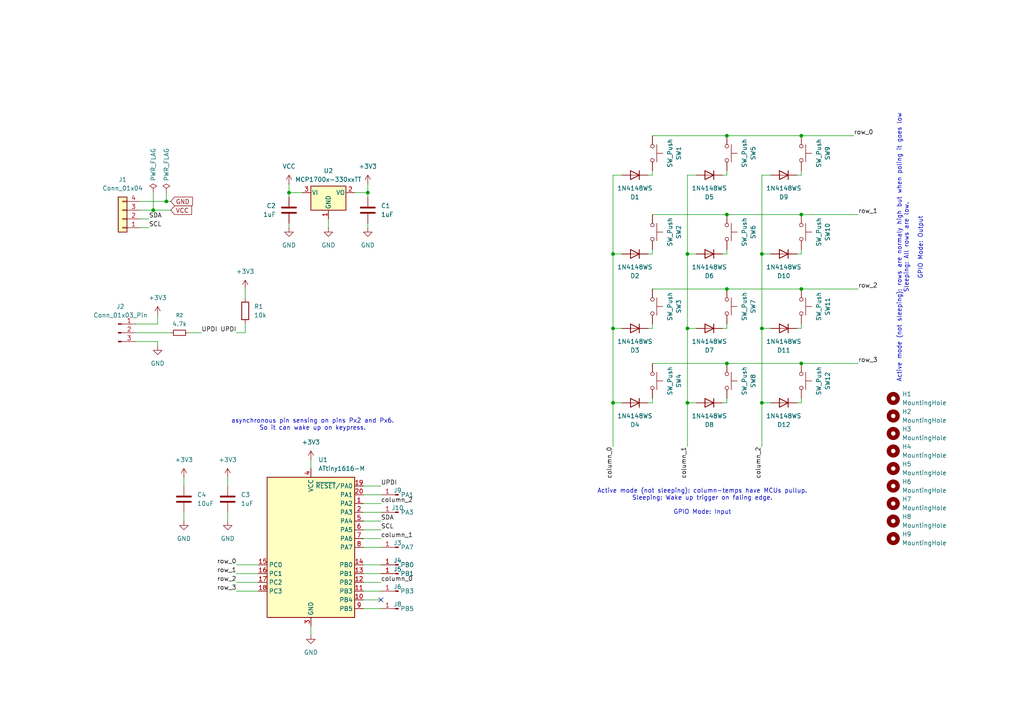
<source format=kicad_sch>
(kicad_sch (version 20250114) (generator "eeschema") (generator_version "9.0")
  (paper "A4")
  (title_block (title "T9_keyboard I2C") (rev "V1.1") (company "Made by Tomas Kuchta"))
  (lib_symbols
    (symbol "Connector:Conn_01x01_Pin" (pin_names (offset 1.016) (hide yes))
      (property "Reference" "J" (at 0 2.54 0))
      (property "Value" "Conn_01x01_Pin" (at 0 -2.54 0))
      (symbol "Conn_01x01_Pin_1_1"
        (rectangle (start 0.8636 0.127) (end 0 -0.127) (stroke (width 0.1524)) (fill (type outline)))
        (polyline (pts (xy 1.27 0) (xy 0.8636 0)) (stroke (width 0.1524)))
        (pin passive line (at 5.08 0 180) (length 3.81) (name "Pin_1") (number "1"))
      )
    )
    (symbol "Connector:Conn_01x03_Pin" (pin_names (offset 1.016) (hide yes))
      (property "Reference" "J" (at 0 5.08 0))
      (property "Value" "Conn_01x03_Pin" (at 0 -5.08 0))
      (symbol "Conn_01x03_Pin_1_1"
        (rectangle (start 0.8636 2.667) (end 0 2.413) (stroke (width 0.1524)) (fill (type outline)))
        (rectangle (start 0.8636 0.127) (end 0 -0.127) (stroke (width 0.1524)) (fill (type outline)))
        (rectangle (start 0.8636 -2.413) (end 0 -2.667) (stroke (width 0.1524)) (fill (type outline)))
        (polyline (pts (xy 1.27 2.54) (xy 0.8636 2.54)) (stroke (width 0.1524)))
        (polyline (pts (xy 1.27 0) (xy 0.8636 0)) (stroke (width 0.1524)))
        (polyline (pts (xy 1.27 -2.54) (xy 0.8636 -2.54)) (stroke (width 0.1524)))
        (pin passive line (at 5.08 2.54 180) (length 3.81) (name "Pin_1") (number "1"))
        (pin passive line (at 5.08 0 180) (length 3.81) (name "Pin_2") (number "2"))
        (pin passive line (at 5.08 -2.54 180) (length 3.81) (name "Pin_3") (number "3"))
      )
    )
    (symbol "Connector_Generic:Conn_01x04" (pin_names (offset 1.016) (hide yes))
      (property "Reference" "J" (at 0 5.08 0))
      (property "Value" "Conn_01x04" (at 0 -7.62 0))
      (symbol "Conn_01x04_1_1"
        (rectangle (start -1.27 3.81) (end 1.27 -6.35) (stroke (width 0.254)) (fill (type background)))
        (rectangle (start -1.27 2.667) (end 0 2.413) (stroke (width 0.1524)))
        (rectangle (start -1.27 0.127) (end 0 -0.127) (stroke (width 0.1524)))
        (rectangle (start -1.27 -2.413) (end 0 -2.667) (stroke (width 0.1524)))
        (rectangle (start -1.27 -4.953) (end 0 -5.207) (stroke (width 0.1524)))
        (pin passive line (at -5.08 2.54 0) (length 3.81) (name "Pin_1") (number "1"))
        (pin passive line (at -5.08 0 0) (length 3.81) (name "Pin_2") (number "2"))
        (pin passive line (at -5.08 -2.54 0) (length 3.81) (name "Pin_3") (number "3"))
        (pin passive line (at -5.08 -5.08 0) (length 3.81) (name "Pin_4") (number "4"))
      )
    )
    (symbol "Device:C" (pin_numbers (hide yes)) (pin_names (offset 0.254))
      (property "Reference" "C" (at 0.635 2.54 0))
      (property "Value" "C" (at 0.635 -2.54 0))
      (symbol "C_0_1"
        (polyline (pts (xy -2.032 0.762) (xy 2.032 0.762)) (stroke (width 0.508)))
        (polyline (pts (xy -2.032 -0.762) (xy 2.032 -0.762)) (stroke (width 0.508)))
      )
      (symbol "C_1_1"
        (pin passive line (at 0 3.81 270) (length 2.794) (name "~") (number "1"))
        (pin passive line (at 0 -3.81 90) (length 2.794) (name "~") (number "2"))
      )
    )
    (symbol "Device:R" (pin_numbers (hide yes)) (pin_names (offset 0))
      (property "Reference" "R" (at 2.032 0 90))
      (property "Value" "R" (at 0 0 90))
      (symbol "R_0_1"
        (rectangle (start -1.016 -2.54) (end 1.016 2.54) (stroke (width 0.254)))
      )
      (symbol "R_1_1"
        (pin passive line (at 0 3.81 270) (length 1.27) (name "~") (number "1"))
        (pin passive line (at 0 -3.81 90) (length 1.27) (name "~") (number "2"))
      )
    )
    (symbol "Device:R_Small" (pin_numbers (hide yes)) (pin_names (offset 0.254) (hide yes))
      (property "Reference" "R" (at 0 0 90))
      (property "Value" "R_Small" (at 1.778 0 90))
      (symbol "R_Small_0_1"
        (rectangle (start -0.762 1.778) (end 0.762 -1.778) (stroke (width 0.2032)))
      )
      (symbol "R_Small_1_1"
        (pin passive line (at 0 2.54 270) (length 0.762) (name "~") (number "1"))
        (pin passive line (at 0 -2.54 90) (length 0.762) (name "~") (number "2"))
      )
    )
    (symbol "Diode:1N4148WS" (pin_numbers (hide yes)) (pin_names (hide yes))
      (property "Reference" "D" (at 0 2.54 0))
      (property "Value" "1N4148WS" (at 0 -2.54 0))
      (symbol "1N4148WS_0_1"
        (polyline (pts (xy -1.27 1.27) (xy -1.27 -1.27)) (stroke (width 0.254)))
        (polyline (pts (xy 1.27 1.27) (xy 1.27 -1.27) (xy -1.27 0) (xy 1.27 1.27)) (stroke (width 0.254)))
        (polyline (pts (xy 1.27 0) (xy -1.27 0)))
      )
      (symbol "1N4148WS_1_1"
        (pin passive line (at -3.81 0 0) (length 2.54) (name "K") (number "1"))
        (pin passive line (at 3.81 0 180) (length 2.54) (name "A") (number "2"))
      )
    )
    (symbol "MCU_Microchip_ATtiny:ATtiny1616-M"
      (property "Reference" "U" (at -12.7 21.59 0))
      (property "Value" "ATtiny1616-M" (at 2.54 -21.59 0))
      (symbol "ATtiny1616-M_0_1"
        (rectangle (start -12.7 -20.32) (end 12.7 20.32) (stroke (width 0.254)) (fill (type background)))
      )
      (symbol "ATtiny1616-M_1_1"
        (pin bidirectional line (at -15.24 -5.08 0) (length 2.54) (name "PC0") (number "15"))
        (pin bidirectional line (at -15.24 -7.62 0) (length 2.54) (name "PC1") (number "16"))
        (pin bidirectional line (at -15.24 -10.16 0) (length 2.54) (name "PC2") (number "17"))
        (pin bidirectional line (at -15.24 -12.7 0) (length 2.54) (name "PC3") (number "18"))
        (pin power_in line (at 0 22.86 270) (length 2.54) (name "VCC") (number "4"))
        (pin passive line (at 0 -22.86 90) (length 2.54) (hide yes) (name "GND") (number "21"))
        (pin power_in line (at 0 -22.86 90) (length 2.54) (name "GND") (number "3"))
        (pin bidirectional line (at 15.24 17.78 180) (length 2.54) (name "~{RESET}/PA0") (number "19"))
        (pin bidirectional line (at 15.24 15.24 180) (length 2.54) (name "PA1") (number "20"))
        (pin bidirectional line (at 15.24 12.7 180) (length 2.54) (name "PA2") (number "1"))
        (pin bidirectional line (at 15.24 10.16 180) (length 2.54) (name "PA3") (number "2"))
        (pin bidirectional line (at 15.24 7.62 180) (length 2.54) (name "PA4") (number "5"))
        (pin bidirectional line (at 15.24 5.08 180) (length 2.54) (name "PA5") (number "6"))
        (pin bidirectional line (at 15.24 2.54 180) (length 2.54) (name "PA6") (number "7"))
        (pin bidirectional line (at 15.24 0 180) (length 2.54) (name "PA7") (number "8"))
        (pin bidirectional line (at 15.24 -5.08 180) (length 2.54) (name "PB0") (number "14"))
        (pin bidirectional line (at 15.24 -7.62 180) (length 2.54) (name "PB1") (number "13"))
        (pin bidirectional line (at 15.24 -10.16 180) (length 2.54) (name "PB2") (number "12"))
        (pin bidirectional line (at 15.24 -12.7 180) (length 2.54) (name "PB3") (number "11"))
        (pin bidirectional line (at 15.24 -15.24 180) (length 2.54) (name "PB4") (number "10"))
        (pin bidirectional line (at 15.24 -17.78 180) (length 2.54) (name "PB5") (number "9"))
      )
    )
    (symbol "Mechanical:MountingHole" (pin_names (offset 1.016)) (in_bom no)
      (property "Reference" "H" (at 0 5.08 0))
      (property "Value" "MountingHole" (at 0 3.175 0))
      (symbol "MountingHole_0_1"
        (circle (center 0 0) (radius 1.27) (stroke (width 1.27)))
      )
    )
    (symbol "Regulator_Linear:MCP1700x-330xxTT" (pin_names (offset 0.254))
      (property "Reference" "U" (at -3.81 3.175 0))
      (property "Value" "MCP1700x-330xxTT" (at 0 3.175 0))
      (symbol "MCP1700x-330xxTT_0_1"
        (rectangle (start -5.08 1.905) (end 5.08 -5.08) (stroke (width 0.254)) (fill (type background)))
      )
      (symbol "MCP1700x-330xxTT_1_1"
        (pin power_in line (at -7.62 0 0) (length 2.54) (name "VI") (number "3"))
        (pin power_in line (at 0 -7.62 90) (length 2.54) (name "GND") (number "1"))
        (pin power_out line (at 7.62 0 180) (length 2.54) (name "VO") (number "2"))
      )
    )
    (symbol "Switch:SW_Push" (pin_numbers (hide yes)) (pin_names (offset 1.016) (hide yes))
      (property "Reference" "SW" (at 1.27 2.54 0))
      (property "Value" "SW_Push" (at 0 -1.524 0))
      (symbol "SW_Push_0_1"
        (circle (center -2.032 0) (radius 0.508))
        (polyline (pts (xy 0 1.27) (xy 0 3.048)))
        (circle (center 2.032 0) (radius 0.508))
        (polyline (pts (xy 2.54 1.27) (xy -2.54 1.27)))
        (pin passive line (at -5.08 0 0) (length 2.54) (name "1") (number "1"))
        (pin passive line (at 5.08 0 180) (length 2.54) (name "2") (number "2"))
      )
    )
    (symbol "power:+3V3" (power) (pin_numbers (hide yes)) (pin_names (offset 0) (hide yes))
      (property "Value" "+3V3" (at 0 3.556 0))
      (symbol "+3V3_0_1"
        (polyline (pts (xy -0.762 1.27) (xy 0 2.54)))
        (polyline (pts (xy 0 2.54) (xy 0.762 1.27)))
        (polyline (pts (xy 0 0) (xy 0 2.54)))
      )
      (symbol "+3V3_1_1"
        (pin power_in line (at 0 0 90) (length 0) (name "~") (number "1"))
      )
    )
    (symbol "power:GND" (power) (pin_numbers (hide yes)) (pin_names (offset 0) (hide yes))
      (property "Value" "GND" (at 0 -3.81 0))
      (symbol "GND_0_1"
        (polyline (pts (xy 0 0) (xy 0 -1.27) (xy 1.27 -1.27) (xy 0 -2.54) (xy -1.27 -1.27) (xy 0 -1.27)))
      )
      (symbol "GND_1_1"
        (pin power_in line (at 0 0 270) (length 0) (name "~") (number "1"))
      )
    )
    (symbol "power:PWR_FLAG" (power) (pin_numbers (hide yes)) (pin_names (offset 0) (hide yes))
      (property "Value" "PWR_FLAG" (at 0 3.81 0))
      (symbol "PWR_FLAG_0_0"
        (pin power_out line (at 0 0 90) (length 0) (name "~") (number "1"))
      )
      (symbol "PWR_FLAG_0_1"
        (polyline (pts (xy 0 0) (xy 0 1.27) (xy -1.016 1.905) (xy 0 2.54) (xy 1.016 1.905) (xy 0 1.27)))
      )
    )
    (symbol "power:VCC" (power) (pin_numbers (hide yes)) (pin_names (offset 0) (hide yes))
      (property "Value" "VCC" (at 0 3.556 0))
      (symbol "VCC_0_1"
        (polyline (pts (xy -0.762 1.27) (xy 0 2.54)))
        (polyline (pts (xy 0 2.54) (xy 0.762 1.27)))
        (polyline (pts (xy 0 0) (xy 0 2.54)))
      )
      (symbol "VCC_1_1"
        (pin power_in line (at 0 0 90) (length 0) (name "~") (number "1"))
      )
    )
  )
  (text "Active mode (not sleeping): rows are normaly high but when poling it goes low\nSleeping: All rows are low.\n\nGPIO Mode: Output" (at 263.906 71.882 90) (effects (font (size 1.27 1.27))))
  (text "asynchronous pin sensing on pins Px2 and Px6.\nSo it can wake up on keypress." (at 90.678 123.19 0) (effects (font (size 1.27 1.27))))
  (text "Active mode (not sleeping): column-temps have MCUs pullup.\nSleeping: Wake up trigger on faling edge.\n\nGPIO Mode: Input" (at 203.708 145.542 0) (effects (font (size 1.27 1.27))))
  (junction (at 199.39 73.66))
  (junction (at 177.8 116.84))
  (junction (at 83.82 55.88))
  (junction (at 220.98 95.25))
  (junction (at 232.41 39.37))
  (junction (at 177.8 95.25))
  (junction (at 199.39 95.25))
  (junction (at 106.68 55.88))
  (junction (at 48.26 58.42))
  (junction (at 232.41 83.82))
  (junction (at 220.98 73.66))
  (junction (at 199.39 116.84))
  (junction (at 210.82 83.82))
  (junction (at 232.41 105.41))
  (junction (at 210.82 105.41))
  (junction (at 44.45 60.96))
  (junction (at 210.82 39.37))
  (junction (at 232.41 62.23))
  (junction (at 220.98 116.84))
  (junction (at 177.8 73.66))
  (junction (at 210.82 62.23))
  (no_connect (at 110.49 173.99))
  (wire (pts (xy 44.45 55.88) (xy 44.45 60.96)))
  (wire (pts (xy 248.92 83.82) (xy 232.41 83.82)))
  (wire (pts (xy 40.64 58.42) (xy 48.26 58.42)))
  (wire (pts (xy 53.34 148.59) (xy 53.34 151.13)))
  (wire (pts (xy 223.52 50.8) (xy 220.98 50.8)))
  (wire (pts (xy 105.41 143.51) (xy 110.49 143.51)))
  (wire (pts (xy 105.41 158.75) (xy 110.49 158.75)))
  (wire (pts (xy 54.61 96.52) (xy 58.42 96.52)))
  (wire (pts (xy 105.41 176.53) (xy 110.49 176.53)))
  (wire (pts (xy 68.58 163.83) (xy 74.93 163.83)))
  (wire (pts (xy 189.23 50.8) (xy 187.96 50.8)))
  (wire (pts (xy 66.04 140.97) (xy 66.04 138.43)))
  (wire (pts (xy 44.45 60.96) (xy 49.53 60.96)))
  (wire (pts (xy 210.82 49.53) (xy 210.82 50.8)))
  (wire (pts (xy 68.58 96.52) (xy 71.12 96.52)))
  (wire (pts (xy 110.49 156.21) (xy 105.41 156.21)))
  (wire (pts (xy 106.68 55.88) (xy 106.68 53.34)))
  (wire (pts (xy 40.64 60.96) (xy 44.45 60.96)))
  (wire (pts (xy 180.34 73.66) (xy 177.8 73.66)))
  (wire (pts (xy 223.52 73.66) (xy 220.98 73.66)))
  (wire (pts (xy 232.41 50.8) (xy 231.14 50.8)))
  (wire (pts (xy 220.98 73.66) (xy 220.98 95.25)))
  (wire (pts (xy 189.23 72.39) (xy 189.23 73.66)))
  (wire (pts (xy 201.93 95.25) (xy 199.39 95.25)))
  (wire (pts (xy 66.04 148.59) (xy 66.04 151.13)))
  (wire (pts (xy 39.37 93.98) (xy 45.72 93.98)))
  (wire (pts (xy 102.87 55.88) (xy 106.68 55.88)))
  (wire (pts (xy 83.82 64.77) (xy 83.82 66.04)))
  (wire (pts (xy 53.34 140.97) (xy 53.34 138.43)))
  (wire (pts (xy 39.37 99.06) (xy 45.72 99.06)))
  (wire (pts (xy 210.82 116.84) (xy 209.55 116.84)))
  (wire (pts (xy 232.41 83.82) (xy 210.82 83.82)))
  (wire (pts (xy 68.58 168.91) (xy 74.93 168.91)))
  (wire (pts (xy 177.8 50.8) (xy 177.8 73.66)))
  (wire (pts (xy 180.34 50.8) (xy 177.8 50.8)))
  (wire (pts (xy 177.8 116.84) (xy 177.8 129.54)))
  (wire (pts (xy 232.41 93.98) (xy 232.41 95.25)))
  (wire (pts (xy 232.41 95.25) (xy 231.14 95.25)))
  (wire (pts (xy 210.82 95.25) (xy 209.55 95.25)))
  (wire (pts (xy 71.12 93.98) (xy 71.12 96.52)))
  (wire (pts (xy 210.82 50.8) (xy 209.55 50.8)))
  (wire (pts (xy 110.49 140.97) (xy 105.41 140.97)))
  (wire (pts (xy 210.82 73.66) (xy 209.55 73.66)))
  (wire (pts (xy 199.39 73.66) (xy 199.39 95.25)))
  (wire (pts (xy 232.41 115.57) (xy 232.41 116.84)))
  (wire (pts (xy 248.92 105.41) (xy 232.41 105.41)))
  (wire (pts (xy 210.82 39.37) (xy 189.23 39.37)))
  (wire (pts (xy 232.41 49.53) (xy 232.41 50.8)))
  (wire (pts (xy 220.98 116.84) (xy 220.98 129.54)))
  (wire (pts (xy 110.49 146.05) (xy 105.41 146.05)))
  (wire (pts (xy 45.72 93.98) (xy 45.72 91.44)))
  (wire (pts (xy 220.98 95.25) (xy 220.98 116.84)))
  (wire (pts (xy 95.25 63.5) (xy 95.25 66.04)))
  (wire (pts (xy 39.37 96.52) (xy 49.53 96.52)))
  (wire (pts (xy 210.82 62.23) (xy 189.23 62.23)))
  (wire (pts (xy 210.82 83.82) (xy 189.23 83.82)))
  (wire (pts (xy 223.52 95.25) (xy 220.98 95.25)))
  (wire (pts (xy 189.23 95.25) (xy 187.96 95.25)))
  (wire (pts (xy 199.39 50.8) (xy 199.39 73.66)))
  (wire (pts (xy 220.98 50.8) (xy 220.98 73.66)))
  (wire (pts (xy 232.41 105.41) (xy 210.82 105.41)))
  (wire (pts (xy 189.23 49.53) (xy 189.23 50.8)))
  (wire (pts (xy 105.41 171.45) (xy 110.49 171.45)))
  (wire (pts (xy 199.39 116.84) (xy 199.39 129.54)))
  (wire (pts (xy 199.39 95.25) (xy 199.39 116.84)))
  (wire (pts (xy 45.72 99.06) (xy 45.72 100.33)))
  (wire (pts (xy 201.93 116.84) (xy 199.39 116.84)))
  (wire (pts (xy 105.41 173.99) (xy 110.49 173.99)))
  (wire (pts (xy 210.82 72.39) (xy 210.82 73.66)))
  (wire (pts (xy 87.63 55.88) (xy 83.82 55.88)))
  (wire (pts (xy 189.23 116.84) (xy 187.96 116.84)))
  (wire (pts (xy 68.58 166.37) (xy 74.93 166.37)))
  (wire (pts (xy 177.8 95.25) (xy 177.8 116.84)))
  (wire (pts (xy 106.68 55.88) (xy 106.68 57.15)))
  (wire (pts (xy 83.82 55.88) (xy 83.82 57.15)))
  (wire (pts (xy 110.49 151.13) (xy 105.41 151.13)))
  (wire (pts (xy 247.65 39.37) (xy 232.41 39.37)))
  (wire (pts (xy 189.23 73.66) (xy 187.96 73.66)))
  (wire (pts (xy 110.49 168.91) (xy 105.41 168.91)))
  (wire (pts (xy 83.82 55.88) (xy 83.82 53.34)))
  (wire (pts (xy 110.49 153.67) (xy 105.41 153.67)))
  (wire (pts (xy 210.82 93.98) (xy 210.82 95.25)))
  (wire (pts (xy 90.17 135.89) (xy 90.17 133.35)))
  (wire (pts (xy 210.82 105.41) (xy 189.23 105.41)))
  (wire (pts (xy 48.26 55.88) (xy 48.26 58.42)))
  (wire (pts (xy 40.64 66.04) (xy 43.18 66.04)))
  (wire (pts (xy 223.52 116.84) (xy 220.98 116.84)))
  (wire (pts (xy 201.93 50.8) (xy 199.39 50.8)))
  (wire (pts (xy 105.41 166.37) (xy 110.49 166.37)))
  (wire (pts (xy 105.41 163.83) (xy 110.49 163.83)))
  (wire (pts (xy 232.41 73.66) (xy 231.14 73.66)))
  (wire (pts (xy 105.41 148.59) (xy 110.49 148.59)))
  (wire (pts (xy 177.8 73.66) (xy 177.8 95.25)))
  (wire (pts (xy 232.41 62.23) (xy 210.82 62.23)))
  (wire (pts (xy 106.68 64.77) (xy 106.68 66.04)))
  (wire (pts (xy 48.26 58.42) (xy 49.53 58.42)))
  (wire (pts (xy 248.92 62.23) (xy 232.41 62.23)))
  (wire (pts (xy 68.58 171.45) (xy 74.93 171.45)))
  (wire (pts (xy 180.34 116.84) (xy 177.8 116.84)))
  (wire (pts (xy 232.41 116.84) (xy 231.14 116.84)))
  (wire (pts (xy 90.17 181.61) (xy 90.17 184.15)))
  (wire (pts (xy 71.12 86.36) (xy 71.12 83.82)))
  (wire (pts (xy 232.41 39.37) (xy 210.82 39.37)))
  (wire (pts (xy 189.23 115.57) (xy 189.23 116.84)))
  (wire (pts (xy 180.34 95.25) (xy 177.8 95.25)))
  (wire (pts (xy 232.41 72.39) (xy 232.41 73.66)))
  (wire (pts (xy 40.64 63.5) (xy 43.18 63.5)))
  (wire (pts (xy 201.93 73.66) (xy 199.39 73.66)))
  (wire (pts (xy 210.82 115.57) (xy 210.82 116.84)))
  (wire (pts (xy 189.23 93.98) (xy 189.23 95.25)))
  (label "SDA" (at 43.18 63.5 0))
  (label "UPDI" (at 68.58 96.52 180))
  (label "column_2" (at 110.49 146.05 0))
  (label "row_0" (at 68.58 163.83 180))
  (label "SCL" (at 110.49 153.67 0))
  (label "column_2" (at 220.98 129.54 270))
  (label "row_2" (at 68.58 168.91 180))
  (label "SDA" (at 110.49 151.13 0))
  (label "row_2" (at 248.92 83.82 0))
  (label "SCL" (at 43.18 66.04 0))
  (label "column_1" (at 110.49 156.21 0))
  (label "UPDI" (at 110.49 140.97 0))
  (label "column_0" (at 110.49 168.91 0))
  (label "UPDI" (at 58.42 96.52 0))
  (label "row_1" (at 68.58 166.37 180))
  (label "column_1" (at 199.39 129.54 270))
  (label "row_1" (at 248.92 62.23 0))
  (label "column_0" (at 177.8 129.54 270))
  (label "row_3" (at 68.58 171.45 180))
  (label "row_3" (at 248.92 105.41 0))
  (label "row_0" (at 247.65 39.37 0))
  (global_label "VCC" (shape input) (at 49.53 60.96 0) (property "Intersheetrefs" "${INTERSHEET_REFS}" (effects (hide yes))))
  (global_label "GND" (shape input) (at 49.53 58.42 0) (property "Intersheetrefs" "${INTERSHEET_REFS}" (effects (hide yes))))
  (symbol (lib_id "power:PWR_FLAG") (at 48.26 55.88 0) (unit 1)
    (property "Reference" "#FLG02" (effects (hide yes)))
    (property "Value" "PWR_FLAG" (at 48.26 52.578 90) (effects (justify left)))
    (property "Description" "Special symbol for telling ERC where power comes from" (effects (hide yes)))
  )
  (symbol (lib_id "power:GND") (at 53.34 151.13 0) (unit 1)
    (property "Reference" "#PWR011" (effects (hide yes)))
    (property "Value" "GND" (at 53.34 156.21 0))
    (property "Description" "Power symbol creates a global label with name \"GND\" , ground" (effects (hide yes)))
  )
  (symbol (lib_id "power:+3V3") (at 106.68 53.34 0) (unit 1)
    (property "Reference" "#PWR03" (effects (hide yes)))
    (property "Value" "+3V3" (at 106.68 48.26 0))
    (property "Description" "Power symbol creates a global label with name \"+3V3\"" (effects (hide yes)))
  )
  (symbol (lib_id "Switch:SW_Push") (at 189.23 88.9 270) (unit 1)
    (property "Reference" "SW3" (at 196.85 88.9 0))
    (property "Value" "SW_Push" (at 194.31 88.9 0))
    (property "Footprint" "Button_Switch_SMD:SW_Push_1P1T_XKB_TS-1187A" (effects (hide yes)))
    (property "Description" "Push button switch, generic, two pins" (effects (hide yes)))
    (property "LCSC" "C318884" (effects (hide yes)))
  )
  (symbol (lib_id "Connector:Conn_01x03_Pin") (at 34.29 96.52 0) (unit 1)
    (property "Reference" "J2" (at 34.925 88.9 0))
    (property "Value" "Conn_01x03_Pin" (at 34.925 91.44 0))
    (property "Footprint" "Connector_PinHeader_2.54mm:PinHeader_1x03_P2.54mm_Vertical" (effects (hide yes)))
    (property "Description" "Generic connector, single row, 01x03, script generated" (effects (hide yes)))
  )
  (symbol (lib_id "power:+3V3") (at 71.12 83.82 0) (unit 1)
    (property "Reference" "#PWR014" (effects (hide yes)))
    (property "Value" "+3V3" (at 71.12 78.74 0))
    (property "Description" "Power symbol creates a global label with name \"+3V3\"" (effects (hide yes)))
  )
  (symbol (lib_id "Mechanical:MountingHole") (at 259.08 146.05 0) (unit 1) (in_bom no)
    (property "Reference" "H7" (at 261.62 144.7799 0) (effects (justify left)))
    (property "Value" "MountingHole" (at 261.62 147.3199 0) (effects (justify left)))
    (property "Footprint" "MountingHole:MountingHole_2.1mm" (effects (hide yes)))
    (property "Description" "Mounting Hole without connection" (effects (hide yes)))
  )
  (symbol (lib_id "power:+3V3") (at 53.34 138.43 0) (unit 1)
    (property "Reference" "#PWR010" (effects (hide yes)))
    (property "Value" "+3V3" (at 53.34 133.35 0))
    (property "Description" "Power symbol creates a global label with name \"+3V3\"" (effects (hide yes)))
  )
  (symbol (lib_id "Diode:1N4148WS") (at 205.74 73.66 0) (mirror y) (unit 1)
    (property "Reference" "D6" (at 205.74 80.01 0))
    (property "Value" "1N4148WS" (at 205.74 77.47 0))
    (property "Footprint" "Diode_SMD:D_SOD-323" (effects (hide yes)))
    (property "Datasheet" "https://www.vishay.com/docs/85751/1n4148ws.pdf" (effects (hide yes)))
    (property "Description" "75V 0.15A Fast switching Diode, SOD-323" (effects (hide yes)))
    (property "Sim.Device" "D" (effects (hide yes)))
    (property "Sim.Pins" "1=K 2=A" (effects (hide yes)))
    (property "LCSC" "C60580" (effects (hide yes)))
  )
  (symbol (lib_id "Switch:SW_Push") (at 189.23 67.31 270) (unit 1)
    (property "Reference" "SW2" (at 196.85 67.31 0))
    (property "Value" "SW_Push" (at 194.31 67.31 0))
    (property "Footprint" "Button_Switch_SMD:SW_Push_1P1T_XKB_TS-1187A" (effects (hide yes)))
    (property "Description" "Push button switch, generic, two pins" (effects (hide yes)))
    (property "LCSC" "C318884" (effects (hide yes)))
  )
  (symbol (lib_id "Device:C") (at 66.04 144.78 0) (unit 1)
    (property "Reference" "C3" (at 69.85 143.5099 0) (effects (justify left)))
    (property "Value" "1uF" (at 69.85 146.0499 0) (effects (justify left)))
    (property "Footprint" "Capacitor_SMD:C_0805_2012Metric_Pad1.18x1.45mm_HandSolder" (effects (hide yes)))
    (property "Description" "Unpolarized capacitor" (effects (hide yes)))
    (property "LCSC" "C28323" (effects (hide yes)))
  )
  (symbol (lib_id "Device:R") (at 71.12 90.17 0) (unit 1)
    (property "Reference" "R1" (at 73.66 88.8999 0) (effects (justify left)))
    (property "Value" "10k" (at 73.66 91.4399 0) (effects (justify left)))
    (property "Footprint" "Resistor_SMD:R_0805_2012Metric_Pad1.20x1.40mm_HandSolder" (effects (hide yes)))
    (property "Description" "Resistor" (effects (hide yes)))
    (property "LCSC" "C84376" (effects (hide yes)))
  )
  (symbol (lib_id "Switch:SW_Push") (at 232.41 110.49 270) (unit 1)
    (property "Reference" "SW12" (at 240.03 110.49 0))
    (property "Value" "SW_Push" (at 237.49 110.49 0))
    (property "Footprint" "Button_Switch_SMD:SW_Push_1P1T_XKB_TS-1187A" (effects (hide yes)))
    (property "Description" "Push button switch, generic, two pins" (effects (hide yes)))
    (property "LCSC" "C318884" (effects (hide yes)))
  )
  (symbol (lib_id "Mechanical:MountingHole") (at 259.08 140.97 0) (unit 1) (in_bom no)
    (property "Reference" "H6" (at 261.62 139.6999 0) (effects (justify left)))
    (property "Value" "MountingHole" (at 261.62 142.2399 0) (effects (justify left)))
    (property "Footprint" "MountingHole:MountingHole_2.1mm" (effects (hide yes)))
    (property "Description" "Mounting Hole without connection" (effects (hide yes)))
  )
  (symbol (lib_id "Connector:Conn_01x01_Pin") (at 115.57 143.51 180) (unit 1)
    (property "Reference" "J9" (at 115.316 142.24 0))
    (property "Value" "PA1" (at 118.11 143.51 0))
    (property "Footprint" "TestPoint:TestPoint_Pad_D2.0mm" (effects (hide yes)))
    (property "Description" "Generic connector, single row, 01x01, script generated" (effects (hide yes)))
    (property "LCSC" "-" (effects (hide yes)))
  )
  (symbol (lib_id "power:GND") (at 95.25 66.04 0) (unit 1)
    (property "Reference" "#PWR01" (effects (hide yes)))
    (property "Value" "GND" (at 95.25 71.12 0))
    (property "Description" "Power symbol creates a global label with name \"GND\" , ground" (effects (hide yes)))
  )
  (symbol (lib_id "Diode:1N4148WS") (at 205.74 50.8 0) (mirror y) (unit 1)
    (property "Reference" "D5" (at 205.74 57.15 0))
    (property "Value" "1N4148WS" (at 205.74 54.61 0))
    (property "Footprint" "Diode_SMD:D_SOD-323" (effects (hide yes)))
    (property "Datasheet" "https://www.vishay.com/docs/85751/1n4148ws.pdf" (effects (hide yes)))
    (property "Description" "75V 0.15A Fast switching Diode, SOD-323" (effects (hide yes)))
    (property "Sim.Device" "D" (effects (hide yes)))
    (property "Sim.Pins" "1=K 2=A" (effects (hide yes)))
    (property "LCSC" "C60580" (effects (hide yes)))
  )
  (symbol (lib_id "Switch:SW_Push") (at 189.23 110.49 270) (unit 1)
    (property "Reference" "SW4" (at 196.85 110.49 0))
    (property "Value" "SW_Push" (at 194.31 110.49 0))
    (property "Footprint" "Button_Switch_SMD:SW_Push_1P1T_XKB_TS-1187A" (effects (hide yes)))
    (property "Description" "Push button switch, generic, two pins" (effects (hide yes)))
    (property "LCSC" "C318884" (effects (hide yes)))
  )
  (symbol (lib_id "Diode:1N4148WS") (at 227.33 116.84 0) (mirror y) (unit 1)
    (property "Reference" "D12" (at 227.33 123.19 0))
    (property "Value" "1N4148WS" (at 227.33 120.65 0))
    (property "Footprint" "Diode_SMD:D_SOD-323" (effects (hide yes)))
    (property "Datasheet" "https://www.vishay.com/docs/85751/1n4148ws.pdf" (effects (hide yes)))
    (property "Description" "75V 0.15A Fast switching Diode, SOD-323" (effects (hide yes)))
    (property "Sim.Device" "D" (effects (hide yes)))
    (property "Sim.Pins" "1=K 2=A" (effects (hide yes)))
    (property "LCSC" "C60580" (effects (hide yes)))
  )
  (symbol (lib_id "Connector:Conn_01x01_Pin") (at 115.57 148.59 180) (unit 1)
    (property "Reference" "J10" (at 115.316 147.32 0))
    (property "Value" "PA3" (at 118.11 148.59 0))
    (property "Footprint" "TestPoint:TestPoint_Pad_D2.0mm" (effects (hide yes)))
    (property "Description" "Generic connector, single row, 01x01, script generated" (effects (hide yes)))
    (property "LCSC" "-" (effects (hide yes)))
  )
  (symbol (lib_id "Mechanical:MountingHole") (at 259.08 135.89 0) (unit 1) (in_bom no)
    (property "Reference" "H5" (at 261.62 134.6199 0) (effects (justify left)))
    (property "Value" "MountingHole" (at 261.62 137.1599 0) (effects (justify left)))
    (property "Footprint" "MountingHole:MountingHole_2.1mm" (effects (hide yes)))
    (property "Description" "Mounting Hole without connection" (effects (hide yes)))
  )
  (symbol (lib_id "Switch:SW_Push") (at 210.82 88.9 270) (unit 1)
    (property "Reference" "SW7" (at 218.44 88.9 0))
    (property "Value" "SW_Push" (at 215.9 88.9 0))
    (property "Footprint" "Button_Switch_SMD:SW_Push_1P1T_XKB_TS-1187A" (effects (hide yes)))
    (property "Description" "Push button switch, generic, two pins" (effects (hide yes)))
    (property "LCSC" "C318884" (effects (hide yes)))
  )
  (symbol (lib_id "power:GND") (at 45.72 100.33 0) (unit 1)
    (property "Reference" "#PWR013" (effects (hide yes)))
    (property "Value" "GND" (at 45.72 105.41 0))
    (property "Description" "Power symbol creates a global label with name \"GND\" , ground" (effects (hide yes)))
  )
  (symbol (lib_id "Connector:Conn_01x01_Pin") (at 115.57 158.75 180) (unit 1)
    (property "Reference" "J3" (at 115.316 157.48 0))
    (property "Value" "PA7" (at 118.11 158.75 0))
    (property "Footprint" "TestPoint:TestPoint_Pad_D2.0mm" (effects (hide yes)))
    (property "Description" "Generic connector, single row, 01x01, script generated" (effects (hide yes)))
    (property "LCSC" "-" (effects (hide yes)))
  )
  (symbol (lib_id "power:+3V3") (at 90.17 133.35 0) (unit 1)
    (property "Reference" "#PWR05" (effects (hide yes)))
    (property "Value" "+3V3" (at 90.17 128.27 0))
    (property "Description" "Power symbol creates a global label with name \"+3V3\"" (effects (hide yes)))
  )
  (symbol (lib_id "power:VCC") (at 83.82 53.34 0) (unit 1)
    (property "Reference" "#PWR04" (effects (hide yes)))
    (property "Value" "VCC" (at 83.82 48.26 0))
    (property "Description" "Power symbol creates a global label with name \"VCC\"" (effects (hide yes)))
  )
  (symbol (lib_id "power:GND") (at 90.17 184.15 0) (unit 1)
    (property "Reference" "#PWR02" (effects (hide yes)))
    (property "Value" "GND" (at 90.17 189.23 0))
    (property "Description" "Power symbol creates a global label with name \"GND\" , ground" (effects (hide yes)))
  )
  (symbol (lib_id "Switch:SW_Push") (at 232.41 88.9 270) (unit 1)
    (property "Reference" "SW11" (at 240.03 88.9 0))
    (property "Value" "SW_Push" (at 237.49 88.9 0))
    (property "Footprint" "Button_Switch_SMD:SW_Push_1P1T_XKB_TS-1187A" (effects (hide yes)))
    (property "Description" "Push button switch, generic, two pins" (effects (hide yes)))
    (property "LCSC" "C318884" (effects (hide yes)))
  )
  (symbol (lib_id "Switch:SW_Push") (at 232.41 44.45 270) (unit 1)
    (property "Reference" "SW9" (at 240.03 44.45 0))
    (property "Value" "SW_Push" (at 237.49 44.45 0))
    (property "Footprint" "Button_Switch_SMD:SW_Push_1P1T_XKB_TS-1187A" (effects (hide yes)))
    (property "Description" "Push button switch, generic, two pins" (effects (hide yes)))
    (property "LCSC" "C318884" (effects (hide yes)))
  )
  (symbol (lib_id "Diode:1N4148WS") (at 184.15 95.25 0) (mirror y) (unit 1)
    (property "Reference" "D3" (at 184.15 101.6 0))
    (property "Value" "1N4148WS" (at 184.15 99.06 0))
    (property "Footprint" "Diode_SMD:D_SOD-323" (effects (hide yes)))
    (property "Datasheet" "https://www.vishay.com/docs/85751/1n4148ws.pdf" (effects (hide yes)))
    (property "Description" "75V 0.15A Fast switching Diode, SOD-323" (effects (hide yes)))
    (property "Sim.Device" "D" (effects (hide yes)))
    (property "Sim.Pins" "1=K 2=A" (effects (hide yes)))
    (property "LCSC" "C60580" (effects (hide yes)))
  )
  (symbol (lib_id "power:GND") (at 66.04 151.13 0) (unit 1)
    (property "Reference" "#PWR08" (effects (hide yes)))
    (property "Value" "GND" (at 66.04 156.21 0))
    (property "Description" "Power symbol creates a global label with name \"GND\" , ground" (effects (hide yes)))
  )
  (symbol (lib_id "Connector_Generic:Conn_01x04") (at 35.56 63.5 180) (unit 1)
    (property "Reference" "J1" (at 35.56 52.07 0))
    (property "Value" "Conn_01x04" (at 35.56 54.61 0))
    (property "Footprint" "Connector_JST:JST_PH_S4B-PH-K_1x04_P2.00mm_Horizontal" (effects (hide yes)))
    (property "Description" "Generic connector, single row, 01x04, script generated (kicad-library-utils/schlib/autogen/connector/)" (effects (hide yes)))
    (property "LCSC" "C157926" (effects (hide yes)))
  )
  (symbol (lib_id "Connector:Conn_01x01_Pin") (at 115.57 176.53 180) (unit 1)
    (property "Reference" "J8" (at 115.316 175.26 0))
    (property "Value" "PB5" (at 118.11 176.53 0))
    (property "Footprint" "TestPoint:TestPoint_Pad_D2.0mm" (effects (hide yes)))
    (property "Description" "Generic connector, single row, 01x01, script generated" (effects (hide yes)))
    (property "LCSC" "-" (effects (hide yes)))
  )
  (symbol (lib_id "Connector:Conn_01x01_Pin") (at 115.57 163.83 180) (unit 1)
    (property "Reference" "J4" (at 115.316 162.56 0))
    (property "Value" "PB0" (at 118.11 163.83 0))
    (property "Footprint" "TestPoint:TestPoint_Pad_D2.0mm" (effects (hide yes)))
    (property "Description" "Generic connector, single row, 01x01, script generated" (effects (hide yes)))
    (property "LCSC" "-" (effects (hide yes)))
  )
  (symbol (lib_id "Mechanical:MountingHole") (at 259.08 156.21 0) (unit 1) (in_bom no)
    (property "Reference" "H9" (at 261.62 154.9399 0) (effects (justify left)))
    (property "Value" "MountingHole" (at 261.62 157.4799 0) (effects (justify left)))
    (property "Footprint" "MountingHole:MountingHole_2.1mm" (effects (hide yes)))
    (property "Description" "Mounting Hole without connection" (effects (hide yes)))
  )
  (symbol (lib_id "Diode:1N4148WS") (at 184.15 116.84 0) (mirror y) (unit 1)
    (property "Reference" "D4" (at 184.15 123.19 0))
    (property "Value" "1N4148WS" (at 184.15 120.65 0))
    (property "Footprint" "Diode_SMD:D_SOD-323" (effects (hide yes)))
    (property "Datasheet" "https://www.vishay.com/docs/85751/1n4148ws.pdf" (effects (hide yes)))
    (property "Description" "75V 0.15A Fast switching Diode, SOD-323" (effects (hide yes)))
    (property "Sim.Device" "D" (effects (hide yes)))
    (property "Sim.Pins" "1=K 2=A" (effects (hide yes)))
    (property "LCSC" "C60580" (effects (hide yes)))
  )
  (symbol (lib_id "Switch:SW_Push") (at 232.41 67.31 270) (unit 1)
    (property "Reference" "SW10" (at 240.03 67.31 0))
    (property "Value" "SW_Push" (at 237.49 67.31 0))
    (property "Footprint" "Button_Switch_SMD:SW_Push_1P1T_XKB_TS-1187A" (effects (hide yes)))
    (property "Description" "Push button switch, generic, two pins" (effects (hide yes)))
    (property "LCSC" "C318884" (effects (hide yes)))
  )
  (symbol (lib_id "Mechanical:MountingHole") (at 259.08 130.81 0) (unit 1) (in_bom no)
    (property "Reference" "H4" (at 261.62 129.5399 0) (effects (justify left)))
    (property "Value" "MountingHole" (at 261.62 132.0799 0) (effects (justify left)))
    (property "Footprint" "MountingHole:MountingHole_2.1mm" (effects (hide yes)))
    (property "Description" "Mounting Hole without connection" (effects (hide yes)))
  )
  (symbol (lib_id "Diode:1N4148WS") (at 205.74 116.84 0) (mirror y) (unit 1)
    (property "Reference" "D8" (at 205.74 123.19 0))
    (property "Value" "1N4148WS" (at 205.74 120.65 0))
    (property "Footprint" "Diode_SMD:D_SOD-323" (effects (hide yes)))
    (property "Datasheet" "https://www.vishay.com/docs/85751/1n4148ws.pdf" (effects (hide yes)))
    (property "Description" "75V 0.15A Fast switching Diode, SOD-323" (effects (hide yes)))
    (property "Sim.Device" "D" (effects (hide yes)))
    (property "Sim.Pins" "1=K 2=A" (effects (hide yes)))
    (property "LCSC" "C60580" (effects (hide yes)))
  )
  (symbol (lib_id "Regulator_Linear:MCP1700x-330xxTT") (at 95.25 55.88 0) (unit 1)
    (property "Reference" "U2" (at 95.25 49.53 0))
    (property "Value" "MCP1700x-330xxTT" (at 95.25 52.07 0))
    (property "Footprint" "Package_TO_SOT_SMD:SOT-23" (effects (hide yes)))
    (property "Datasheet" "http://ww1.microchip.com/downloads/en/DeviceDoc/20001826D.pdf" (effects (hide yes)))
    (property "Description" "250mA Low Quiscent Current LDO, 3.3V output, SOT-23" (effects (hide yes)))
    (property "LCSC" "C2875118" (effects (hide yes)))
  )
  (symbol (lib_id "Diode:1N4148WS") (at 227.33 73.66 0) (mirror y) (unit 1)
    (property "Reference" "D10" (at 227.33 80.01 0))
    (property "Value" "1N4148WS" (at 227.33 77.47 0))
    (property "Footprint" "Diode_SMD:D_SOD-323" (effects (hide yes)))
    (property "Datasheet" "https://www.vishay.com/docs/85751/1n4148ws.pdf" (effects (hide yes)))
    (property "Description" "75V 0.15A Fast switching Diode, SOD-323" (effects (hide yes)))
    (property "Sim.Device" "D" (effects (hide yes)))
    (property "Sim.Pins" "1=K 2=A" (effects (hide yes)))
    (property "LCSC" "C60580" (effects (hide yes)))
  )
  (symbol (lib_id "power:PWR_FLAG") (at 44.45 55.88 0) (unit 1)
    (property "Reference" "#FLG01" (effects (hide yes)))
    (property "Value" "PWR_FLAG" (at 44.45 52.578 90) (effects (justify left)))
    (property "Description" "Special symbol for telling ERC where power comes from" (effects (hide yes)))
  )
  (symbol (lib_id "Switch:SW_Push") (at 210.82 44.45 270) (unit 1)
    (property "Reference" "SW5" (at 218.44 44.45 0))
    (property "Value" "SW_Push" (at 215.9 44.45 0))
    (property "Footprint" "Button_Switch_SMD:SW_Push_1P1T_XKB_TS-1187A" (effects (hide yes)))
    (property "Description" "Push button switch, generic, two pins" (effects (hide yes)))
    (property "LCSC" "C318884" (effects (hide yes)))
  )
  (symbol (lib_id "Device:R_Small") (at 52.07 96.52 90) (unit 1)
    (property "Reference" "R2" (at 52.07 91.44 90) (effects (font (size 1.016 1.016))))
    (property "Value" "4.7k" (at 52.07 93.98 90))
    (property "Footprint" "Resistor_SMD:R_0805_2012Metric_Pad1.20x1.40mm_HandSolder" (effects (hide yes)))
    (property "Description" "Resistor, small symbol" (effects (hide yes)))
    (property "LCSC" "C60816" (effects (hide yes)))
  )
  (symbol (lib_id "power:GND") (at 106.68 66.04 0) (unit 1)
    (property "Reference" "#PWR06" (effects (hide yes)))
    (property "Value" "GND" (at 106.68 71.12 0))
    (property "Description" "Power symbol creates a global label with name \"GND\" , ground" (effects (hide yes)))
  )
  (symbol (lib_id "Diode:1N4148WS") (at 227.33 50.8 0) (mirror y) (unit 1)
    (property "Reference" "D9" (at 227.33 57.15 0))
    (property "Value" "1N4148WS" (at 227.33 54.61 0))
    (property "Footprint" "Diode_SMD:D_SOD-323" (effects (hide yes)))
    (property "Datasheet" "https://www.vishay.com/docs/85751/1n4148ws.pdf" (effects (hide yes)))
    (property "Description" "75V 0.15A Fast switching Diode, SOD-323" (effects (hide yes)))
    (property "Sim.Device" "D" (effects (hide yes)))
    (property "Sim.Pins" "1=K 2=A" (effects (hide yes)))
    (property "LCSC" "C60580" (effects (hide yes)))
  )
  (symbol (lib_id "Switch:SW_Push") (at 189.23 44.45 270) (unit 1)
    (property "Reference" "SW1" (at 196.85 44.45 0))
    (property "Value" "SW_Push" (at 194.31 44.45 0))
    (property "Footprint" "Button_Switch_SMD:SW_Push_1P1T_XKB_TS-1187A" (effects (hide yes)))
    (property "Description" "Push button switch, generic, two pins" (effects (hide yes)))
    (property "LCSC" "C318884" (effects (hide yes)))
  )
  (symbol (lib_id "Mechanical:MountingHole") (at 259.08 125.73 0) (unit 1) (in_bom no)
    (property "Reference" "H3" (at 261.62 124.4599 0) (effects (justify left)))
    (property "Value" "MountingHole" (at 261.62 126.9999 0) (effects (justify left)))
    (property "Footprint" "MountingHole:MountingHole_2.1mm" (effects (hide yes)))
    (property "Description" "Mounting Hole without connection" (effects (hide yes)))
  )
  (symbol (lib_id "Diode:1N4148WS") (at 205.74 95.25 0) (mirror y) (unit 1)
    (property "Reference" "D7" (at 205.74 101.6 0))
    (property "Value" "1N4148WS" (at 205.74 99.06 0))
    (property "Footprint" "Diode_SMD:D_SOD-323" (effects (hide yes)))
    (property "Datasheet" "https://www.vishay.com/docs/85751/1n4148ws.pdf" (effects (hide yes)))
    (property "Description" "75V 0.15A Fast switching Diode, SOD-323" (effects (hide yes)))
    (property "Sim.Device" "D" (effects (hide yes)))
    (property "Sim.Pins" "1=K 2=A" (effects (hide yes)))
    (property "LCSC" "C60580" (effects (hide yes)))
  )
  (symbol (lib_id "power:+3V3") (at 66.04 138.43 0) (unit 1)
    (property "Reference" "#PWR09" (effects (hide yes)))
    (property "Value" "+3V3" (at 66.04 133.35 0))
    (property "Description" "Power symbol creates a global label with name \"+3V3\"" (effects (hide yes)))
  )
  (symbol (lib_id "Diode:1N4148WS") (at 227.33 95.25 0) (mirror y) (unit 1)
    (property "Reference" "D11" (at 227.33 101.6 0))
    (property "Value" "1N4148WS" (at 227.33 99.06 0))
    (property "Footprint" "Diode_SMD:D_SOD-323" (effects (hide yes)))
    (property "Datasheet" "https://www.vishay.com/docs/85751/1n4148ws.pdf" (effects (hide yes)))
    (property "Description" "75V 0.15A Fast switching Diode, SOD-323" (effects (hide yes)))
    (property "Sim.Device" "D" (effects (hide yes)))
    (property "Sim.Pins" "1=K 2=A" (effects (hide yes)))
    (property "LCSC" "C60580" (effects (hide yes)))
  )
  (symbol (lib_id "Device:C") (at 106.68 60.96 0) (unit 1)
    (property "Reference" "C1" (at 110.49 59.6899 0) (effects (justify left)))
    (property "Value" "1uF" (at 110.49 62.2299 0) (effects (justify left)))
    (property "Footprint" "Capacitor_SMD:C_0805_2012Metric_Pad1.18x1.45mm_HandSolder" (effects (hide yes)))
    (property "Description" "Unpolarized capacitor" (effects (hide yes)))
    (property "LCSC" "C28323" (effects (hide yes)))
  )
  (symbol (lib_id "Device:C") (at 53.34 144.78 0) (unit 1)
    (property "Reference" "C4" (at 57.15 143.5099 0) (effects (justify left)))
    (property "Value" "10uF" (at 57.15 146.0499 0) (effects (justify left)))
    (property "Footprint" "Capacitor_SMD:C_0805_2012Metric_Pad1.18x1.45mm_HandSolder" (effects (hide yes)))
    (property "Description" "Unpolarized capacitor" (effects (hide yes)))
    (property "LCSC" "C15850" (effects (hide yes)))
  )
  (symbol (lib_id "Connector:Conn_01x01_Pin") (at 115.57 171.45 180) (unit 1)
    (property "Reference" "J6" (at 115.316 170.18 0))
    (property "Value" "PB3" (at 118.11 171.45 0))
    (property "Footprint" "TestPoint:TestPoint_Pad_D2.0mm" (effects (hide yes)))
    (property "Description" "Generic connector, single row, 01x01, script generated" (effects (hide yes)))
    (property "LCSC" "-" (effects (hide yes)))
  )
  (symbol (lib_id "Mechanical:MountingHole") (at 259.08 115.57 0) (unit 1) (in_bom no)
    (property "Reference" "H1" (at 261.62 114.2999 0) (effects (justify left)))
    (property "Value" "MountingHole" (at 261.62 116.8399 0) (effects (justify left)))
    (property "Footprint" "MountingHole:MountingHole_2.1mm" (effects (hide yes)))
    (property "Description" "Mounting Hole without connection" (effects (hide yes)))
  )
  (symbol (lib_id "Switch:SW_Push") (at 210.82 110.49 270) (unit 1)
    (property "Reference" "SW8" (at 218.44 110.49 0))
    (property "Value" "SW_Push" (at 215.9 110.49 0))
    (property "Footprint" "Button_Switch_SMD:SW_Push_1P1T_XKB_TS-1187A" (effects (hide yes)))
    (property "Description" "Push button switch, generic, two pins" (effects (hide yes)))
    (property "LCSC" "C318884" (effects (hide yes)))
  )
  (symbol (lib_id "Diode:1N4148WS") (at 184.15 73.66 0) (mirror y) (unit 1)
    (property "Reference" "D2" (at 184.15 80.01 0))
    (property "Value" "1N4148WS" (at 184.15 77.47 0))
    (property "Footprint" "Diode_SMD:D_SOD-323" (effects (hide yes)))
    (property "Datasheet" "https://www.vishay.com/docs/85751/1n4148ws.pdf" (effects (hide yes)))
    (property "Description" "75V 0.15A Fast switching Diode, SOD-323" (effects (hide yes)))
    (property "Sim.Device" "D" (effects (hide yes)))
    (property "Sim.Pins" "1=K 2=A" (effects (hide yes)))
    (property "LCSC" "C60580" (effects (hide yes)))
  )
  (symbol (lib_id "MCU_Microchip_ATtiny:ATtiny1616-M") (at 90.17 158.75 0) (unit 1)
    (property "Reference" "U1" (at 92.3133 133.35 0) (effects (justify left)))
    (property "Value" "ATtiny1616-M" (at 92.3133 135.89 0) (effects (justify left)))
    (property "Footprint" "Package_DFN_QFN:VQFN-20-1EP_3x3mm_P0.4mm_EP1.7x1.7mm" (effects (hide yes)))
    (property "Datasheet" "http://ww1.microchip.com/downloads/en/DeviceDoc/ATtiny3216_ATtiny1616-data-sheet-40001997B.pdf" (effects (hide yes)))
    (property "Description" "20MHz, 16kB Flash, 2kB SRAM, 256B EEPROM, VQFN-20" (effects (hide yes)))
    (property "LCSC" "C507118" (effects (hide yes)))
  )
  (symbol (lib_id "Switch:SW_Push") (at 210.82 67.31 270) (unit 1)
    (property "Reference" "SW6" (at 218.44 67.31 0))
    (property "Value" "SW_Push" (at 215.9 67.31 0))
    (property "Footprint" "Button_Switch_SMD:SW_Push_1P1T_XKB_TS-1187A" (effects (hide yes)))
    (property "Description" "Push button switch, generic, two pins" (effects (hide yes)))
    (property "LCSC" "C318884" (effects (hide yes)))
  )
  (symbol (lib_id "power:+3V3") (at 45.72 91.44 0) (unit 1)
    (property "Reference" "#PWR012" (effects (hide yes)))
    (property "Value" "+3V3" (at 45.72 86.36 0))
    (property "Description" "Power symbol creates a global label with name \"+3V3\"" (effects (hide yes)))
  )
  (symbol (lib_id "Diode:1N4148WS") (at 184.15 50.8 0) (mirror y) (unit 1)
    (property "Reference" "D1" (at 184.15 57.15 0))
    (property "Value" "1N4148WS" (at 184.15 54.61 0))
    (property "Footprint" "Diode_SMD:D_SOD-323" (effects (hide yes)))
    (property "Datasheet" "https://www.vishay.com/docs/85751/1n4148ws.pdf" (effects (hide yes)))
    (property "Description" "75V 0.15A Fast switching Diode, SOD-323" (effects (hide yes)))
    (property "Sim.Device" "D" (effects (hide yes)))
    (property "Sim.Pins" "1=K 2=A" (effects (hide yes)))
    (property "LCSC" "C60580" (effects (hide yes)))
  )
  (symbol (lib_id "power:GND") (at 83.82 66.04 0) (mirror y) (unit 1)
    (property "Reference" "#PWR07" (effects (hide yes)))
    (property "Value" "GND" (at 83.82 71.12 0))
    (property "Description" "Power symbol creates a global label with name \"GND\" , ground" (effects (hide yes)))
  )
  (symbol (lib_id "Mechanical:MountingHole") (at 259.08 120.65 0) (unit 1) (in_bom no)
    (property "Reference" "H2" (at 261.62 119.3799 0) (effects (justify left)))
    (property "Value" "MountingHole" (at 261.62 121.9199 0) (effects (justify left)))
    (property "Footprint" "MountingHole:MountingHole_2.1mm" (effects (hide yes)))
    (property "Description" "Mounting Hole without connection" (effects (hide yes)))
  )
  (symbol (lib_id "Mechanical:MountingHole") (at 259.08 151.13 0) (unit 1) (in_bom no)
    (property "Reference" "H8" (at 261.62 149.8599 0) (effects (justify left)))
    (property "Value" "MountingHole" (at 261.62 152.3999 0) (effects (justify left)))
    (property "Footprint" "MountingHole:MountingHole_2.1mm" (effects (hide yes)))
    (property "Description" "Mounting Hole without connection" (effects (hide yes)))
  )
  (symbol (lib_id "Device:C") (at 83.82 60.96 0) (mirror y) (unit 1)
    (property "Reference" "C2" (at 80.01 59.6899 0) (effects (justify left)))
    (property "Value" "1uF" (at 80.01 62.2299 0) (effects (justify left)))
    (property "Footprint" "Capacitor_SMD:C_0805_2012Metric_Pad1.18x1.45mm_HandSolder" (effects (hide yes)))
    (property "Description" "Unpolarized capacitor" (effects (hide yes)))
    (property "LCSC" "C28323" (effects (hide yes)))
  )
  (symbol (lib_id "Connector:Conn_01x01_Pin") (at 115.57 166.37 180) (unit 1)
    (property "Reference" "J5" (at 115.316 165.1 0))
    (property "Value" "PB1" (at 118.11 166.37 0))
    (property "Footprint" "TestPoint:TestPoint_Pad_D2.0mm" (effects (hide yes)))
    (property "Description" "Generic connector, single row, 01x01, script generated" (effects (hide yes)))
    (property "LCSC" "-" (effects (hide yes)))
  )
)
</source>
